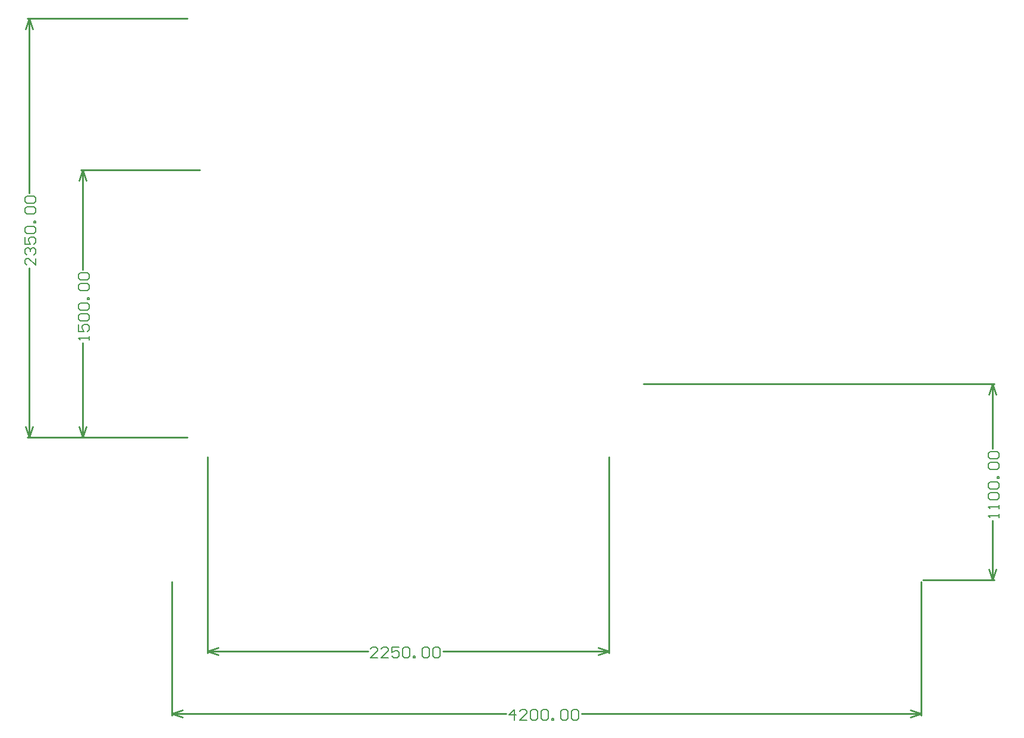
<source format=gbr>
G04 Layer_Color=16711935*
%FSLAX26Y26*%
%MOIN*%
%TF.FileFunction,Other,Mechanical_1*%
%TF.Part,Single*%
G01*
G75*
%TA.AperFunction,NonConductor*%
%ADD18C,0.010000*%
%ADD31C,0.006000*%
D18*
X0Y-1210000D02*
Y-112426D01*
X2250000Y-1210000D02*
Y-112426D01*
X0Y-1200000D02*
X898064D01*
X1319936D02*
X2250000D01*
X0D02*
X60000Y-1220000D01*
X0Y-1200000D02*
X60000Y-1180000D01*
X2190000D02*
X2250000Y-1200000D01*
X2190000Y-1220000D02*
X2250000Y-1200000D01*
X-200000Y-1560000D02*
Y-810000D01*
X4000000Y-1560000D02*
Y-810000D01*
X-200000Y-1550000D02*
X1673062D01*
X2094936D02*
X4000000D01*
X-200000D02*
X-140000Y-1570000D01*
X-200000Y-1550000D02*
X-140000Y-1530000D01*
X3940000D02*
X4000000Y-1550000D01*
X3940000Y-1570000D02*
X4000000Y-1550000D01*
X2443528Y300000D02*
X4410000D01*
X4010000Y-800000D02*
X4410000D01*
X4400000Y-65060D02*
Y300000D01*
Y-800000D02*
Y-466940D01*
X4380000Y240000D02*
X4400000Y300000D01*
X4420000Y240000D01*
X4400000Y-800000D02*
X4420000Y-740000D01*
X4380000D02*
X4400000Y-800000D01*
X-710000Y1500000D02*
X-43528D01*
X-710000Y0D02*
X-112426D01*
X-700000Y939938D02*
Y1500000D01*
Y0D02*
Y528062D01*
X-720000Y1440000D02*
X-700000Y1500000D01*
X-680000Y1440000D01*
X-700000Y0D02*
X-680000Y60000D01*
X-720000D02*
X-700000Y0D01*
X-1010000Y2350000D02*
X-112426D01*
X-1010000Y0D02*
X-112426D01*
X-1000000Y1369936D02*
Y2350000D01*
Y0D02*
Y948064D01*
X-1020000Y2290000D02*
X-1000000Y2350000D01*
X-980000Y2290000D01*
X-1000000Y0D02*
X-980000Y60000D01*
X-1020000D02*
X-1000000Y0D01*
D31*
X954050Y-1235990D02*
X914063D01*
X954050Y-1196003D01*
Y-1186006D01*
X944053Y-1176010D01*
X924060D01*
X914063Y-1186006D01*
X1014031Y-1235990D02*
X974044D01*
X1014031Y-1196003D01*
Y-1186006D01*
X1004034Y-1176010D01*
X984040D01*
X974044Y-1186006D01*
X1074011Y-1176010D02*
X1034024D01*
Y-1206000D01*
X1054018Y-1196003D01*
X1064014D01*
X1074011Y-1206000D01*
Y-1225994D01*
X1064014Y-1235990D01*
X1044021D01*
X1034024Y-1225994D01*
X1094005Y-1186006D02*
X1104002Y-1176010D01*
X1123995D01*
X1133992Y-1186006D01*
Y-1225994D01*
X1123995Y-1235990D01*
X1104002D01*
X1094005Y-1225994D01*
Y-1186006D01*
X1153985Y-1235990D02*
Y-1225994D01*
X1163982D01*
Y-1235990D01*
X1153985D01*
X1203969Y-1186006D02*
X1213966Y-1176010D01*
X1233959D01*
X1243956Y-1186006D01*
Y-1225994D01*
X1233959Y-1235990D01*
X1213966D01*
X1203969Y-1225994D01*
Y-1186006D01*
X1263950D02*
X1273947Y-1176010D01*
X1293940D01*
X1303937Y-1186006D01*
Y-1225994D01*
X1293940Y-1235990D01*
X1273947D01*
X1263950Y-1225994D01*
Y-1186006D01*
X1719053Y-1585990D02*
Y-1526010D01*
X1689063Y-1556000D01*
X1729050D01*
X1789030Y-1585990D02*
X1749043D01*
X1789030Y-1546003D01*
Y-1536006D01*
X1779034Y-1526010D01*
X1759040D01*
X1749043Y-1536006D01*
X1809024D02*
X1819021Y-1526010D01*
X1839014D01*
X1849011Y-1536006D01*
Y-1575994D01*
X1839014Y-1585990D01*
X1819021D01*
X1809024Y-1575994D01*
Y-1536006D01*
X1869004D02*
X1879001Y-1526010D01*
X1898995D01*
X1908992Y-1536006D01*
Y-1575994D01*
X1898995Y-1585990D01*
X1879001D01*
X1869004Y-1575994D01*
Y-1536006D01*
X1928985Y-1585990D02*
Y-1575994D01*
X1938982D01*
Y-1585990D01*
X1928985D01*
X1978969Y-1536006D02*
X1988966Y-1526010D01*
X2008959D01*
X2018956Y-1536006D01*
Y-1575994D01*
X2008959Y-1585990D01*
X1988966D01*
X1978969Y-1575994D01*
Y-1536006D01*
X2038949D02*
X2048946Y-1526010D01*
X2068940D01*
X2078936Y-1536006D01*
Y-1575994D01*
X2068940Y-1585990D01*
X2048946D01*
X2038949Y-1575994D01*
Y-1536006D01*
X4435990Y-450940D02*
Y-430947D01*
Y-440943D01*
X4376010D01*
X4386007Y-450940D01*
X4435990Y-400957D02*
Y-380963D01*
Y-390960D01*
X4376010D01*
X4386007Y-400957D01*
Y-350973D02*
X4376010Y-340976D01*
Y-320982D01*
X4386007Y-310986D01*
X4425993D01*
X4435990Y-320982D01*
Y-340976D01*
X4425993Y-350973D01*
X4386007D01*
Y-290992D02*
X4376010Y-280995D01*
Y-261002D01*
X4386007Y-251005D01*
X4425993D01*
X4435990Y-261002D01*
Y-280995D01*
X4425993Y-290992D01*
X4386007D01*
X4435990Y-231012D02*
X4425993D01*
Y-221015D01*
X4435990D01*
Y-231012D01*
X4386007Y-181028D02*
X4376010Y-171031D01*
Y-151037D01*
X4386007Y-141041D01*
X4425993D01*
X4435990Y-151037D01*
Y-171031D01*
X4425993Y-181028D01*
X4386007D01*
Y-121047D02*
X4376010Y-111050D01*
Y-91057D01*
X4386007Y-81060D01*
X4425993D01*
X4435990Y-91057D01*
Y-111050D01*
X4425993Y-121047D01*
X4386007D01*
X-664010Y544061D02*
Y564055D01*
Y554058D01*
X-723990D01*
X-713994Y544061D01*
X-723990Y634032D02*
Y594045D01*
X-694000D01*
X-703997Y614039D01*
Y624035D01*
X-694000Y634032D01*
X-674006D01*
X-664010Y624035D01*
Y604042D01*
X-674006Y594045D01*
X-713994Y654026D02*
X-723990Y664023D01*
Y684016D01*
X-713994Y694013D01*
X-674006D01*
X-664010Y684016D01*
Y664023D01*
X-674006Y654026D01*
X-713994D01*
Y714006D02*
X-723990Y724003D01*
Y743997D01*
X-713994Y753994D01*
X-674006D01*
X-664010Y743997D01*
Y724003D01*
X-674006Y714006D01*
X-713994D01*
X-664010Y773987D02*
X-674006D01*
Y783984D01*
X-664010D01*
Y773987D01*
X-713994Y823971D02*
X-723990Y833968D01*
Y853961D01*
X-713994Y863958D01*
X-674006D01*
X-664010Y853961D01*
Y833968D01*
X-674006Y823971D01*
X-713994D01*
Y883951D02*
X-723990Y893948D01*
Y913942D01*
X-713994Y923938D01*
X-674006D01*
X-664010Y913942D01*
Y893948D01*
X-674006Y883951D01*
X-713994D01*
X-964010Y1004050D02*
Y964063D01*
X-1003997Y1004050D01*
X-1013994D01*
X-1023990Y994053D01*
Y974060D01*
X-1013994Y964063D01*
Y1024044D02*
X-1023990Y1034040D01*
Y1054034D01*
X-1013994Y1064031D01*
X-1003997D01*
X-994000Y1054034D01*
Y1044037D01*
Y1054034D01*
X-984003Y1064031D01*
X-974006D01*
X-964010Y1054034D01*
Y1034040D01*
X-974006Y1024044D01*
X-1023990Y1124011D02*
Y1084024D01*
X-994000D01*
X-1003997Y1104018D01*
Y1114014D01*
X-994000Y1124011D01*
X-974006D01*
X-964010Y1114014D01*
Y1094021D01*
X-974006Y1084024D01*
X-1013994Y1144005D02*
X-1023990Y1154002D01*
Y1173995D01*
X-1013994Y1183992D01*
X-974006D01*
X-964010Y1173995D01*
Y1154002D01*
X-974006Y1144005D01*
X-1013994D01*
X-964010Y1203985D02*
X-974006D01*
Y1213982D01*
X-964010D01*
Y1203985D01*
X-1013994Y1253969D02*
X-1023990Y1263966D01*
Y1283959D01*
X-1013994Y1293956D01*
X-974006D01*
X-964010Y1283959D01*
Y1263966D01*
X-974006Y1253969D01*
X-1013994D01*
Y1313950D02*
X-1023990Y1323947D01*
Y1343940D01*
X-1013994Y1353937D01*
X-974006D01*
X-964010Y1343940D01*
Y1323947D01*
X-974006Y1313950D01*
X-1013994D01*
%TF.MD5,a6d538f2bc7a27b112d451881eff94b2*%
M02*

</source>
